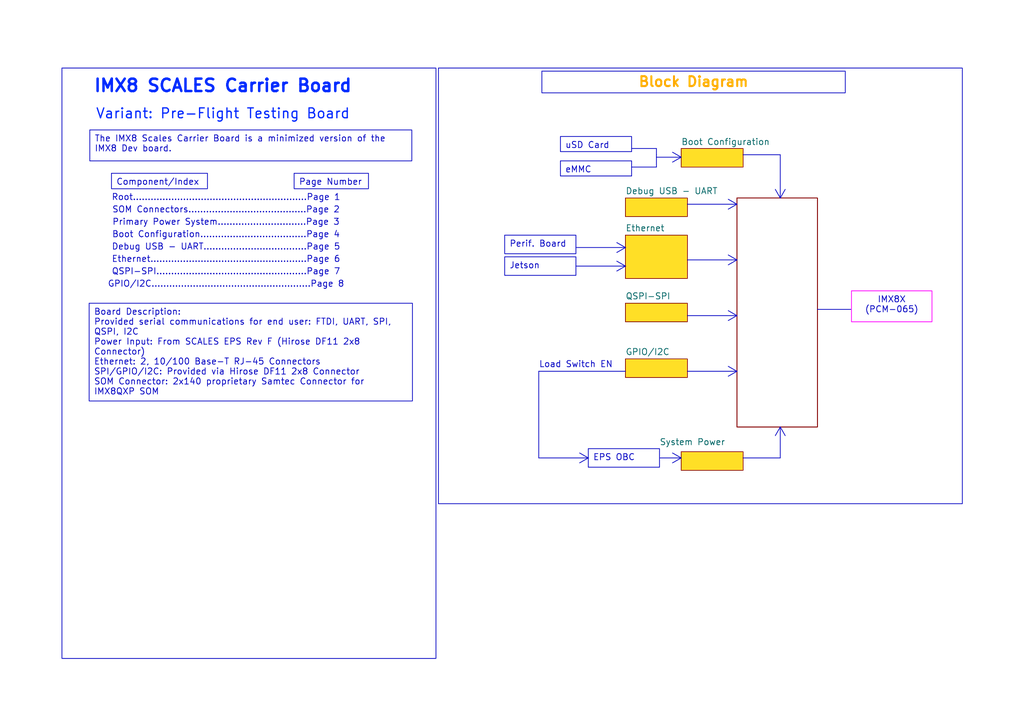
<source format=kicad_sch>
(kicad_sch
	(version 20250114)
	(generator "eeschema")
	(generator_version "9.0")
	(uuid "4409cb5c-c5cc-45e5-ba22-666413441047")
	(paper "A5")
	(title_block
		(title "SCALES IMX8 Carrier Board")
		(date "2025-08-05")
		(rev "V2")
		(company "Bronco Space Lab")
		(comment 1 "Luca Lanzillotta, and John Pollak")
	)
	(lib_symbols)
	(rectangle
		(start 89.916 13.97)
		(end 197.358 103.378)
		(stroke
			(width 0)
			(type default)
		)
		(fill
			(type none)
		)
		(uuid 5159bf8b-d7e6-4088-81a4-019bf879eb0f)
	)
	(rectangle
		(start 12.7 13.97)
		(end 89.408 135.128)
		(stroke
			(width 0)
			(type default)
		)
		(fill
			(type none)
		)
		(uuid e86cb4ac-0dfd-494b-a447-8fad49eb3ed7)
	)
	(text "Load Switch EN"
		(exclude_from_sim no)
		(at 118.11 74.93 0)
		(effects
			(font
				(size 1.27 1.27)
			)
		)
		(uuid "116605e0-7789-462a-bd29-f4d433cd033d")
	)
	(text "Root...........................................................Page 1"
		(exclude_from_sim no)
		(at 46.355 40.64 0)
		(effects
			(font
				(size 1.27 1.27)
			)
			(href "#1")
		)
		(uuid "1543f603-a879-4f3c-8603-26553edb4e5d")
	)
	(text "SOM Connectors........................................Page 2\n"
		(exclude_from_sim no)
		(at 46.355 43.18 0)
		(effects
			(font
				(size 1.27 1.27)
			)
			(href "#2")
		)
		(uuid "16ce376c-26bd-41d7-b9a2-0c6496d8b106")
	)
	(text "Debug USB - UART...................................Page 5\n"
		(exclude_from_sim no)
		(at 46.355 50.8 0)
		(effects
			(font
				(size 1.27 1.27)
			)
			(href "#5")
		)
		(uuid "29cdca9e-9f29-479d-8610-0e3e57145082")
	)
	(text "Boot Configuration....................................Page 4\n"
		(exclude_from_sim no)
		(at 46.355 48.26 0)
		(effects
			(font
				(size 1.27 1.27)
			)
			(href "#4")
		)
		(uuid "37b1e04b-8f29-4f27-93bf-beb6a6f47453")
	)
	(text "Ethernet.....................................................Page 6\n"
		(exclude_from_sim no)
		(at 46.355 53.34 0)
		(effects
			(font
				(size 1.27 1.27)
			)
			(href "#6")
		)
		(uuid "3ed059f9-8481-4f6d-978f-aaf635879cab")
	)
	(text "Primary Power System..............................Page 3\n"
		(exclude_from_sim no)
		(at 46.355 45.72 0)
		(effects
			(font
				(size 1.27 1.27)
			)
			(href "#3")
		)
		(uuid "4d3879c0-efc6-4d1a-8655-e73b0866114f")
	)
	(text "QSPI-SPI...................................................Page 7"
		(exclude_from_sim no)
		(at 46.355 55.88 0)
		(effects
			(font
				(size 1.27 1.27)
			)
			(href "#7")
		)
		(uuid "5decc983-721c-4eab-9832-4285f34d9f9b")
	)
	(text "Variant: Pre-Flight Testing Board"
		(exclude_from_sim no)
		(at 45.72 23.495 0)
		(effects
			(font
				(size 2.032 2.032)
				(thickness 0.254)
				(color 0 37 255 1)
			)
		)
		(uuid "741dda8d-be53-4f17-a15c-23fd843453ad")
	)
	(text "IMX8 SCALES Carrier Board"
		(exclude_from_sim no)
		(at 45.72 17.78 0)
		(effects
			(font
				(size 2.54 2.54)
				(thickness 0.508)
				(bold yes)
				(color 0 37 255 1)
			)
		)
		(uuid "7d0f61da-94e7-4518-8239-62cc444a4910")
	)
	(text "GPIO/I2C......................................................Page 8\n"
		(exclude_from_sim no)
		(at 46.355 58.42 0)
		(effects
			(font
				(size 1.27 1.27)
			)
			(href "#8")
		)
		(uuid "f9a4e9c8-4b00-44a0-97be-a2bb370c16e1")
	)
	(text_box "Board Description:\nProvided serial communications for end user: FTDI, UART, SPI, QSPI, I2C\nPower Input: From SCALES EPS Rev F (Hirose DF11 2x8 Connector)\nEthernet: 2, 10/100 Base-T RJ-45 Connectors\nSPI/GPIO/I2C: Provided via Hirose DF11 2x8 Connector\nSOM Connector: 2x140 proprietary Samtec Connector for IMX8QXP SOM"
		(exclude_from_sim no)
		(at 18.288 62.23 0)
		(size 66.294 20.066)
		(margins 0.9525 0.9525 0.9525 0.9525)
		(stroke
			(width 0)
			(type solid)
		)
		(fill
			(type none)
		)
		(effects
			(font
				(size 1.27 1.27)
			)
			(justify left top)
		)
		(uuid "4188fe4c-b8ed-429a-8aa0-a7ff9713983c")
	)
	(text_box "Jetson"
		(exclude_from_sim no)
		(at 103.505 52.705 0)
		(size 14.605 3.81)
		(margins 0.9525 0.9525 0.9525 0.9525)
		(stroke
			(width 0)
			(type solid)
		)
		(fill
			(type none)
		)
		(effects
			(font
				(size 1.27 1.27)
			)
			(justify left top)
		)
		(uuid "548e9327-609b-4af9-900d-ff4c2f871520")
	)
	(text_box "Perif. Board"
		(exclude_from_sim no)
		(at 103.505 48.26 0)
		(size 14.605 3.81)
		(margins 0.9525 0.9525 0.9525 0.9525)
		(stroke
			(width 0)
			(type solid)
		)
		(fill
			(type none)
		)
		(effects
			(font
				(size 1.27 1.27)
			)
			(justify left top)
		)
		(uuid "a202671e-f76b-4b92-b0b5-1002475da802")
	)
	(text_box "Block Diagram"
		(exclude_from_sim no)
		(at 111.125 14.605 0)
		(size 62.23 4.445)
		(margins 0.9525 0.9525 0.9525 0.9525)
		(stroke
			(width 0)
			(type solid)
		)
		(fill
			(type none)
		)
		(effects
			(font
				(size 2.032 2.032)
				(thickness 0.4064)
				(bold yes)
				(color 255 168 0 1)
			)
			(justify top)
		)
		(uuid "a54d16ad-cb32-45c1-985c-fc2ef29b353d")
	)
	(text_box "Component/Index"
		(exclude_from_sim no)
		(at 22.86 35.56 0)
		(size 19.685 3.175)
		(margins 0.9525 0.9525 0.9525 0.9525)
		(stroke
			(width 0)
			(type solid)
		)
		(fill
			(type none)
		)
		(effects
			(font
				(size 1.27 1.27)
			)
			(justify left top)
		)
		(uuid "b08a2ec1-5e60-48db-8731-fc984be0a0d3")
	)
	(text_box "uSD Card"
		(exclude_from_sim no)
		(at 114.935 28.016 0)
		(size 14.605 3.099)
		(margins 0.9525 0.9525 0.9525 0.9525)
		(stroke
			(width 0)
			(type solid)
		)
		(fill
			(type none)
		)
		(effects
			(font
				(size 1.27 1.27)
			)
			(justify left top)
		)
		(uuid "b1904d8f-b3ba-4936-9328-3b18c24a1dd7")
	)
	(text_box "The IMX8 Scales Carrier Board is a minimized version of the IMX8 Dev board.\n"
		(exclude_from_sim no)
		(at 18.415 26.67 0)
		(size 66.04 6.35)
		(margins 0.9525 0.9525 0.9525 0.9525)
		(stroke
			(width 0)
			(type solid)
		)
		(fill
			(type none)
		)
		(effects
			(font
				(size 1.27 1.27)
			)
			(justify left top)
		)
		(uuid "bbb6e7e1-a3e7-4942-951c-8aa7818fae59")
	)
	(text_box "IMX8X (PCM-065)"
		(exclude_from_sim no)
		(at 174.625 59.69 0)
		(size 16.51 6.35)
		(margins 0.9525 0.9525 0.9525 0.9525)
		(stroke
			(width 0)
			(type solid)
			(color 255 0 255 1)
		)
		(fill
			(type none)
		)
		(effects
			(font
				(size 1.27 1.27)
			)
			(justify top)
			(href "https://livecsupomona.sharepoint.com/sites/broncospacelab/Shared%20Documents/Forms/AllItems.aspx?id=%2Fsites%2Fbroncospacelab%2FShared%20Documents%2FSCALES%20%2D%20General%2FDocumentation%2FHardware%2Fi%2EMX%208X%2FIMX8DQXPRM%2Epdf&parent=%2Fsites%2Fbroncospacelab%2FShared%20Documents%2FSCALES%20%2D%20General%2FDocumentation%2FHardware%2Fi%2EMX%208X")
		)
		(uuid "be830b8c-a68c-414d-8ad3-82cfbfe7a0d3")
	)
	(text_box "Page Number"
		(exclude_from_sim no)
		(at 60.325 35.56 0)
		(size 15.24 3.175)
		(margins 0.9525 0.9525 0.9525 0.9525)
		(stroke
			(width 0)
			(type solid)
		)
		(fill
			(type none)
		)
		(effects
			(font
				(size 1.27 1.27)
			)
			(justify left top)
		)
		(uuid "d949a863-d57c-4542-9553-e8ff92f9a3a2")
	)
	(text_box "EPS OBC"
		(exclude_from_sim no)
		(at 120.65 92.075 0)
		(size 14.605 3.81)
		(margins 0.9525 0.9525 0.9525 0.9525)
		(stroke
			(width 0)
			(type solid)
		)
		(fill
			(type none)
		)
		(effects
			(font
				(size 1.27 1.27)
			)
			(justify left top)
		)
		(uuid "e7583112-06b1-47e2-9297-477ffe4af1a1")
	)
	(text_box "eMMC"
		(exclude_from_sim no)
		(at 114.935 33.02 0)
		(size 14.605 3.099)
		(margins 0.9525 0.9525 0.9525 0.9525)
		(stroke
			(width 0)
			(type solid)
		)
		(fill
			(type none)
		)
		(effects
			(font
				(size 1.27 1.27)
			)
			(justify left top)
		)
		(uuid "f5ec4222-74c2-45ec-a405-332a9412c127")
	)
	(polyline
		(pts
			(xy 149.352 75.184) (xy 151.13 76.2)
		)
		(stroke
			(width 0)
			(type default)
		)
		(uuid "0721c386-e849-4551-9e65-d20e585cfe80")
	)
	(polyline
		(pts
			(xy 135.382 93.98) (xy 139.7 93.98)
		)
		(stroke
			(width 0)
			(type default)
		)
		(uuid "0b817d25-3603-48dc-89fa-3a6f080bdfe9")
	)
	(polyline
		(pts
			(xy 134.62 32.258) (xy 139.7 32.258)
		)
		(stroke
			(width 0)
			(type default)
		)
		(uuid "1175a25b-9bbe-499e-8190-0cedf66f63b2")
	)
	(polyline
		(pts
			(xy 126.492 51.816) (xy 128.27 50.8)
		)
		(stroke
			(width 0)
			(type default)
		)
		(uuid "1bb46848-dfbb-42a7-8e52-781b453de4ae")
	)
	(polyline
		(pts
			(xy 152.4 31.75) (xy 160.02 31.75)
		)
		(stroke
			(width 0)
			(type default)
		)
		(uuid "26216b56-d6b7-481b-9a42-4b8d6e1bfd96")
	)
	(polyline
		(pts
			(xy 134.62 34.29) (xy 134.62 31.75)
		)
		(stroke
			(width 0)
			(type default)
		)
		(uuid "26e28962-5219-445a-b99f-f42f72c87168")
	)
	(polyline
		(pts
			(xy 161.036 38.862) (xy 160.02 40.64)
		)
		(stroke
			(width 0)
			(type default)
		)
		(uuid "289cd3ff-a5d0-4036-a39d-5fbf16f306e3")
	)
	(polyline
		(pts
			(xy 118.11 50.8) (xy 128.27 50.8)
		)
		(stroke
			(width 0)
			(type default)
		)
		(uuid "3246e4b1-22f5-4932-97e5-5d54610d6e9b")
	)
	(polyline
		(pts
			(xy 126.492 49.784) (xy 128.27 50.8)
		)
		(stroke
			(width 0)
			(type default)
		)
		(uuid "343799cf-ec31-44e0-a9e5-730c736600f8")
	)
	(polyline
		(pts
			(xy 149.352 40.894) (xy 151.13 41.91)
		)
		(stroke
			(width 0)
			(type default)
		)
		(uuid "38beb18b-feee-4612-bef7-488e6483b8bc")
	)
	(polyline
		(pts
			(xy 140.97 76.2) (xy 151.13 76.2)
		)
		(stroke
			(width 0)
			(type default)
		)
		(uuid "3d0f79e6-a680-42a1-b7ec-6ef1b3d6b67f")
	)
	(polyline
		(pts
			(xy 152.4 93.98) (xy 160.02 93.98)
		)
		(stroke
			(width 0)
			(type default)
		)
		(uuid "4360fec3-07b1-48f4-b8c2-c9c277223e96")
	)
	(polyline
		(pts
			(xy 134.62 30.48) (xy 134.62 31.75)
		)
		(stroke
			(width 0)
			(type default)
		)
		(uuid "5d28032c-0e1e-419f-97ae-7fdf3a88cf62")
	)
	(polyline
		(pts
			(xy 118.872 92.964) (xy 120.65 93.98)
		)
		(stroke
			(width 0)
			(type default)
		)
		(uuid "5f4cbf89-8f3f-4136-b3cf-cc276654b32e")
	)
	(polyline
		(pts
			(xy 128.27 76.2) (xy 110.49 76.2)
		)
		(stroke
			(width 0)
			(type default)
		)
		(uuid "62f0242b-d9e4-47d0-9310-0da5c20e377c")
	)
	(polyline
		(pts
			(xy 129.54 34.29) (xy 134.62 34.29)
		)
		(stroke
			(width 0)
			(type default)
		)
		(uuid "688cc219-6a63-48fe-8d1b-284bcf0aa1e5")
	)
	(polyline
		(pts
			(xy 137.922 31.242) (xy 139.7 32.258)
		)
		(stroke
			(width 0)
			(type default)
		)
		(uuid "77c76a1a-f8ae-4497-b780-29dc3cbd007c")
	)
	(polyline
		(pts
			(xy 129.54 30.48) (xy 134.62 30.48)
		)
		(stroke
			(width 0)
			(type default)
		)
		(uuid "7c018812-7e10-4a4b-81af-d5666f7a3211")
	)
	(polyline
		(pts
			(xy 110.49 93.98) (xy 120.65 93.98)
		)
		(stroke
			(width 0)
			(type default)
		)
		(uuid "8a96af73-60b8-4085-80d2-105411c04408")
	)
	(polyline
		(pts
			(xy 159.004 89.408) (xy 160.02 87.63)
		)
		(stroke
			(width 0)
			(type default)
		)
		(uuid "8d864690-21e0-493e-8fd9-e2be9c872d42")
	)
	(polyline
		(pts
			(xy 149.352 52.324) (xy 151.13 53.34)
		)
		(stroke
			(width 0)
			(type default)
		)
		(uuid "9010efaa-2133-497a-a918-d7c723b0e865")
	)
	(polyline
		(pts
			(xy 118.872 94.996) (xy 120.65 93.98)
		)
		(stroke
			(width 0)
			(type default)
		)
		(uuid "9ed66455-28e3-4167-bbcb-ca4700117ef3")
	)
	(polyline
		(pts
			(xy 140.97 64.77) (xy 151.13 64.77)
		)
		(stroke
			(width 0)
			(type default)
		)
		(uuid "a0096036-1c5d-49e0-b6db-55ecb7f40fda")
	)
	(polyline
		(pts
			(xy 149.352 63.754) (xy 151.13 64.77)
		)
		(stroke
			(width 0)
			(type default)
		)
		(uuid "a4afff21-94a6-402a-aacc-1ca0981a80f6")
	)
	(polyline
		(pts
			(xy 126.492 53.594) (xy 128.27 54.61)
		)
		(stroke
			(width 0)
			(type default)
		)
		(uuid "a6c3f1f0-a5f5-4c78-956d-97e4d0fb0652")
	)
	(polyline
		(pts
			(xy 137.922 92.964) (xy 139.7 93.98)
		)
		(stroke
			(width 0)
			(type default)
		)
		(uuid "aaae376d-c9bc-4fe0-8228-2e5f059dbbbc")
	)
	(polyline
		(pts
			(xy 160.02 87.63) (xy 160.02 93.98)
		)
		(stroke
			(width 0)
			(type default)
		)
		(uuid "ade6b9c5-ca54-4d41-aaae-0f524a16d86c")
	)
	(polyline
		(pts
			(xy 160.02 31.75) (xy 160.02 40.64)
		)
		(stroke
			(width 0)
			(type default)
		)
		(uuid "ae0d4b3a-c7c1-4715-94ce-594f469b0ef7")
	)
	(polyline
		(pts
			(xy 137.922 94.996) (xy 139.7 93.98)
		)
		(stroke
			(width 0)
			(type default)
		)
		(uuid "af9b81aa-094a-4772-bf72-3be347348594")
	)
	(polyline
		(pts
			(xy 140.97 41.91) (xy 151.13 41.91)
		)
		(stroke
			(width 0)
			(type default)
		)
		(uuid "b61a0f7c-73ed-4d42-9ddf-d45a0ab97ed1")
	)
	(polyline
		(pts
			(xy 159.004 38.862) (xy 160.02 40.64)
		)
		(stroke
			(width 0)
			(type default)
		)
		(uuid "b6ce3c86-9d93-43af-be74-0315b733c619")
	)
	(polyline
		(pts
			(xy 126.492 55.626) (xy 128.27 54.61)
		)
		(stroke
			(width 0)
			(type default)
		)
		(uuid "c1b4d893-f852-4cc2-b096-9def757c2281")
	)
	(polyline
		(pts
			(xy 149.352 42.926) (xy 151.13 41.91)
		)
		(stroke
			(width 0)
			(type default)
		)
		(uuid "c52d312b-d07a-4ccb-8edc-a428671ac080")
	)
	(polyline
		(pts
			(xy 140.97 53.34) (xy 151.13 53.34)
		)
		(stroke
			(width 0)
			(type default)
		)
		(uuid "d202b761-1c2c-4aa1-a185-4d46ad837299")
	)
	(polyline
		(pts
			(xy 137.922 33.274) (xy 139.7 32.258)
		)
		(stroke
			(width 0)
			(type default)
		)
		(uuid "e511c3f3-ca25-4756-8834-e859c8c2747d")
	)
	(polyline
		(pts
			(xy 118.11 54.61) (xy 128.27 54.61)
		)
		(stroke
			(width 0)
			(type default)
		)
		(uuid "e55284e0-96a8-44bc-801e-668e8f9c8afe")
	)
	(polyline
		(pts
			(xy 110.49 76.2) (xy 110.49 93.98)
		)
		(stroke
			(width 0)
			(type default)
		)
		(uuid "e59a5e5d-7ee4-4c7f-b0e1-e4bd4216d3f6")
	)
	(polyline
		(pts
			(xy 167.64 63.5) (xy 174.498 63.5)
		)
		(stroke
			(width 0)
			(type default)
		)
		(uuid "e62d2202-75d0-43c1-98ea-ca32cd93859d")
	)
	(polyline
		(pts
			(xy 149.352 77.216) (xy 151.13 76.2)
		)
		(stroke
			(width 0)
			(type default)
		)
		(uuid "e6d9e473-ee12-4b6d-9794-549b65ba8e38")
	)
	(polyline
		(pts
			(xy 149.352 65.786) (xy 151.13 64.77)
		)
		(stroke
			(width 0)
			(type default)
		)
		(uuid "ed93bf2a-7b45-4ab2-8102-c79b865df4dd")
	)
	(polyline
		(pts
			(xy 161.036 89.408) (xy 160.02 87.63)
		)
		(stroke
			(width 0)
			(type default)
		)
		(uuid "eecbe30a-1f9a-4349-bc7d-f8ba8f5fe1ea")
	)
	(polyline
		(pts
			(xy 149.352 54.356) (xy 151.13 53.34)
		)
		(stroke
			(width 0)
			(type default)
		)
		(uuid "f209f80f-c18f-4e37-ad1c-6a85bacdb134")
	)
	(sheet
		(at 139.7 30.48)
		(size 12.7 3.81)
		(exclude_from_sim no)
		(in_bom yes)
		(on_board yes)
		(dnp no)
		(stroke
			(width 0.1524)
			(type solid)
		)
		(fill
			(color 255 223 38 1.0000)
		)
		(uuid "1a7e1f21-ce7a-46a1-9a6c-e0dfa1e7cc31")
		(property "Sheetname" "Boot Configuration"
			(at 139.7 29.845 0)
			(effects
				(font
					(size 1.27 1.27)
				)
				(justify left bottom)
			)
		)
		(property "Sheetfile" "imx_microSD.kicad_sch"
			(at 139.7 34.8746 0)
			(effects
				(font
					(size 1.27 1.27)
				)
				(justify left top)
				(hide yes)
			)
		)
		(instances
			(project "imx8x_carrier_v2"
				(path "/4409cb5c-c5cc-45e5-ba22-666413441047"
					(page "4")
				)
			)
		)
	)
	(sheet
		(at 128.27 40.64)
		(size 12.7 3.81)
		(exclude_from_sim no)
		(in_bom yes)
		(on_board yes)
		(dnp no)
		(fields_autoplaced yes)
		(stroke
			(width 0.1524)
			(type solid)
		)
		(fill
			(color 255 223 38 1.0000)
		)
		(uuid "292335d6-f5c5-4a7d-8d08-fc166527642f")
		(property "Sheetname" "Debug USB - UART"
			(at 128.27 39.9284 0)
			(effects
				(font
					(size 1.27 1.27)
				)
				(justify left bottom)
			)
		)
		(property "Sheetfile" "debug_usb.kicad_sch"
			(at 128.27 45.0346 0)
			(effects
				(font
					(size 1.27 1.27)
				)
				(justify left top)
				(hide yes)
			)
		)
		(instances
			(project "imx8x_carrier_v2"
				(path "/4409cb5c-c5cc-45e5-ba22-666413441047"
					(page "5")
				)
			)
		)
	)
	(sheet
		(at 128.27 73.66)
		(size 12.7 3.81)
		(exclude_from_sim no)
		(in_bom yes)
		(on_board yes)
		(dnp no)
		(fields_autoplaced yes)
		(stroke
			(width 0.1524)
			(type solid)
		)
		(fill
			(color 255 223 38 1.0000)
		)
		(uuid "2a3cf0a2-a564-48e3-9f87-fb7549fc1ff8")
		(property "Sheetname" "GPIO/I2C"
			(at 128.27 72.9484 0)
			(effects
				(font
					(size 1.27 1.27)
				)
				(justify left bottom)
			)
		)
		(property "Sheetfile" "miscellaneous.kicad_sch"
			(at 128.27 78.0546 0)
			(effects
				(font
					(size 1.27 1.27)
				)
				(justify left top)
				(hide yes)
			)
		)
		(instances
			(project "imx8x_carrier_v2"
				(path "/4409cb5c-c5cc-45e5-ba22-666413441047"
					(page "8")
				)
			)
		)
	)
	(sheet
		(at 128.27 48.26)
		(size 12.7 8.89)
		(exclude_from_sim no)
		(in_bom yes)
		(on_board yes)
		(dnp no)
		(fields_autoplaced yes)
		(stroke
			(width 0.1524)
			(type solid)
		)
		(fill
			(color 255 223 38 1.0000)
		)
		(uuid "79e8fd09-705e-4c65-82d4-d8130e394a75")
		(property "Sheetname" "Ethernet"
			(at 128.27 47.5484 0)
			(effects
				(font
					(size 1.27 1.27)
				)
				(justify left bottom)
			)
		)
		(property "Sheetfile" "imx_ethernet.kicad_sch"
			(at 128.27 57.7346 0)
			(effects
				(font
					(size 1.27 1.27)
				)
				(justify left top)
				(hide yes)
			)
		)
		(instances
			(project "imx8x_carrier_v2"
				(path "/4409cb5c-c5cc-45e5-ba22-666413441047"
					(page "6")
				)
			)
		)
	)
	(sheet
		(at 139.7 92.71)
		(size 12.7 3.81)
		(exclude_from_sim no)
		(in_bom yes)
		(on_board yes)
		(dnp no)
		(stroke
			(width 0.1524)
			(type solid)
		)
		(fill
			(color 255 223 38 1.0000)
		)
		(uuid "7dc4de44-e877-4145-a70b-e254356af12a")
		(property "Sheetname" "System Power"
			(at 135.255 91.44 0)
			(effects
				(font
					(size 1.27 1.27)
				)
				(justify left bottom)
			)
		)
		(property "Sheetfile" "imx_power.kicad_sch"
			(at 139.7 97.1046 0)
			(effects
				(font
					(size 1.27 1.27)
				)
				(justify left top)
				(hide yes)
			)
		)
		(instances
			(project "imx8x_carrier_v2"
				(path "/4409cb5c-c5cc-45e5-ba22-666413441047"
					(page "3")
				)
			)
		)
	)
	(sheet
		(at 151.13 40.64)
		(size 16.51 46.99)
		(exclude_from_sim no)
		(in_bom yes)
		(on_board yes)
		(dnp no)
		(stroke
			(width 0.1524)
			(type solid)
		)
		(fill
			(color 0 0 0 0.0000)
		)
		(uuid "bd9bf2b1-2646-4f47-8b43-7734a13ea490")
		(property "Sheetname" "SOM Connectors"
			(at 151.638 62.738 0)
			(effects
				(font
					(size 1.27 1.27)
					(color 255 255 255 1)
				)
				(justify left bottom)
			)
		)
		(property "Sheetfile" "SOM.kicad_sch"
			(at 151.13 69.1646 0)
			(effects
				(font
					(size 1.27 1.27)
				)
				(justify left top)
				(hide yes)
			)
		)
		(property "Field2" ""
			(at 151.13 40.64 0)
			(effects
				(font
					(size 1.27 1.27)
				)
			)
		)
		(instances
			(project "imx8x_carrier_v2"
				(path "/4409cb5c-c5cc-45e5-ba22-666413441047"
					(page "2")
				)
			)
		)
	)
	(sheet
		(at 128.27 62.23)
		(size 12.7 3.81)
		(exclude_from_sim no)
		(in_bom yes)
		(on_board yes)
		(dnp no)
		(fields_autoplaced yes)
		(stroke
			(width 0.1524)
			(type solid)
		)
		(fill
			(color 255 223 38 1.0000)
		)
		(uuid "d29c5f61-1869-406e-b3b8-b642272ff287")
		(property "Sheetname" "QSPI-SPI"
			(at 128.27 61.5184 0)
			(effects
				(font
					(size 1.27 1.27)
				)
				(justify left bottom)
			)
		)
		(property "Sheetfile" "imx_SPI.kicad_sch"
			(at 128.27 66.6246 0)
			(effects
				(font
					(size 1.27 1.27)
				)
				(justify left top)
				(hide yes)
			)
		)
		(instances
			(project "imx8x_carrier_v2"
				(path "/4409cb5c-c5cc-45e5-ba22-666413441047"
					(page "7")
				)
			)
		)
	)
	(sheet_instances
		(path "/"
			(page "1")
		)
	)
	(embedded_fonts no)
)

</source>
